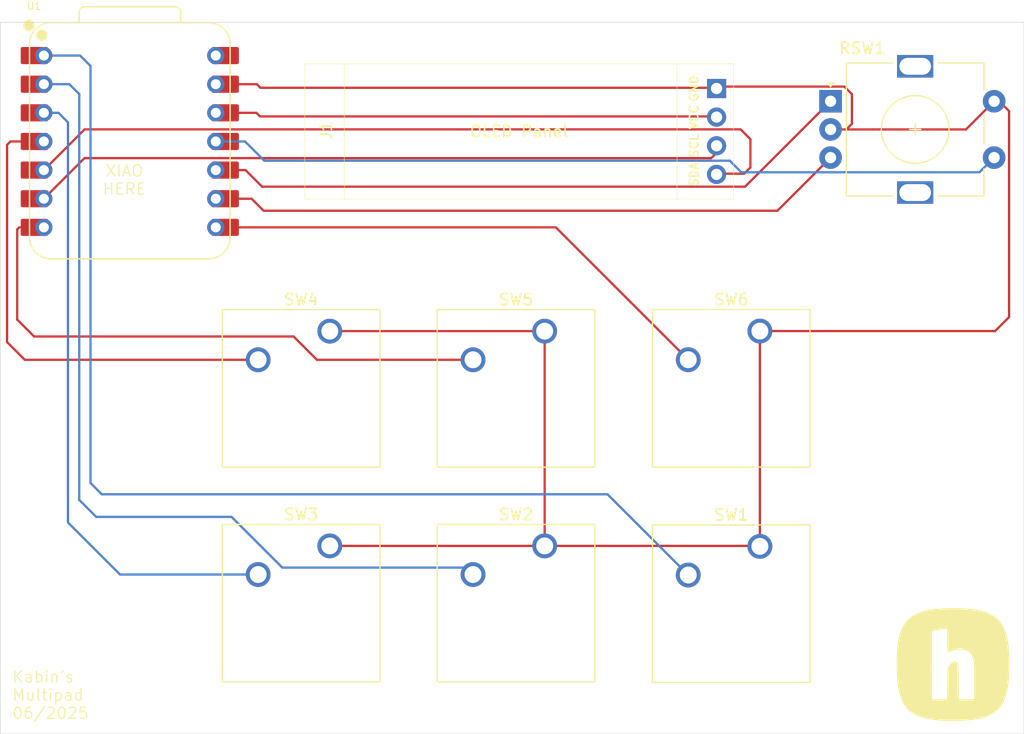
<source format=kicad_pcb>
(kicad_pcb (version 20241229) (generator "pcbnew") (generator_version "9.0")
  (layers (0 "F.Cu" signal) (2 "B.Cu" signal) (13 "F.Paste" user) (15 "B.Paste" user) (5 "F.SilkS" user "F.Silkscreen") (7 "B.SilkS" user "B.Silkscreen") (1 "F.Mask" user) (3 "B.Mask" user) (25 "Edge.Cuts" user))
  (net 0 "")
  (net 1 "+3.3V")
  (net 2 "Net-(J1-Pin_3)")
  (net 3 "GND")
  (net 4 "Net-(J1-Pin_4)")
  (net 5 "Net-(U1-GPIO3{slash}MOSI)")
  (net 6 "Net-(U1-GPIO4{slash}MISO)")
  (net 7 "Net-(U1-GPIO2{slash}SCK)")
  (net 8 "Net-(U1-GPIO26{slash}ADC0{slash}A0)")
  (net 9 "Net-(U1-GPIO27{slash}ADC1{slash}A1)")
  (net 10 "Net-(U1-GPIO28{slash}ADC2{slash}A2)")
  (net 11 "Net-(U1-GPIO29{slash}ADC3{slash}A3)")
  (net 12 "Net-(U1-GPIO0{slash}TX)")
  (net 13 "Net-(U1-GPIO1{slash}RX)")
  (footprint "Rotary_Encoder:RotaryEncoder_Alps_EC11E-Switch_Vertical_H20mm" (layer "F.Cu") (at 176.10625 62.63125)
    (property "Reference" "RSW1" (at 2.8 -4.7 0) (layer "F.SilkS"))
    (property "Value" "RotaryEncoder_Switch")
    (fp_line (start -0.3 -1.6) (end 0.3 -1.6) (stroke (width 0.12)) (layer "F.SilkS"))
    (fp_line (start 0 -1.3) (end -0.3 -1.6) (stroke (width 0.12)) (layer "F.SilkS"))
    (fp_line (start 0.3 -1.6) (end 0 -1.3) (stroke (width 0.12)) (layer "F.SilkS"))
    (fp_line (start 1.4 -3.4) (end 1.4 8.4) (stroke (width 0.12)) (layer "F.SilkS"))
    (fp_line (start 5.5 -3.4) (end 1.4 -3.4) (stroke (width 0.12)) (layer "F.SilkS"))
    (fp_line (start 5.5 8.4) (end 1.4 8.4) (stroke (width 0.12)) (layer "F.SilkS"))
    (fp_line (start 7 2.5) (end 8 2.5) (stroke (width 0.12)) (layer "F.SilkS"))
    (fp_line (start 7.5 2) (end 7.5 3) (stroke (width 0.12)) (layer "F.SilkS"))
    (fp_line (start 9.5 -3.4) (end 13.6 -3.4) (stroke (width 0.12)) (layer "F.SilkS"))
    (fp_line (start 13.6 -3.4) (end 13.6 -1) (stroke (width 0.12)) (layer "F.SilkS"))
    (fp_line (start 13.6 1.2) (end 13.6 3.8) (stroke (width 0.12)) (layer "F.SilkS"))
    (fp_line (start 13.6 6) (end 13.6 8.4) (stroke (width 0.12)) (layer "F.SilkS"))
    (fp_line (start 13.6 8.4) (end 9.5 8.4) (stroke (width 0.12)) (layer "F.SilkS"))
    (fp_circle (center 7.5 2.5) (end 10.5 2.5) (stroke (width 0.12)) (fill no) (layer "F.SilkS"))
    (pad "A" thru_hole rect (at 0 0) (size 2 2) (drill 1) (layers "*.Cu" "*.Mask") (net 6 "Net-(U1-GPIO4{slash}MISO)"))
    (pad "B" thru_hole circle (at 0 5) (size 2 2) (drill 1) (layers "*.Cu" "*.Mask") (net 7 "Net-(U1-GPIO2{slash}SCK)"))
    (pad "C" thru_hole circle (at 0 2.5) (size 2 2) (drill 1) (layers "*.Cu" "*.Mask") (net 3 "GND"))
    (pad "MP" thru_hole rect (at 7.5 -3.1) (size 3.2 2) (drill oval 2.8 1.5) (layers "*.Cu" "*.Mask"))
    (pad "MP" thru_hole rect (at 7.5 8.1) (size 3.2 2) (drill oval 2.8 1.5) (layers "*.Cu" "*.Mask"))
    (pad "S1" thru_hole circle (at 14.5 5) (size 2 2) (drill 1) (layers "*.Cu" "*.Mask") (net 5 "Net-(U1-GPIO3{slash}MOSI)"))
    (pad "S2" thru_hole circle (at 14.5 0) (size 2 2) (drill 1) (layers "*.Cu" "*.Mask") (net 3 "GND"))
  )
  (footprint "Button_Switch_Keyboard:SW_Cherry_MX_1.00u_PCB" (layer "F.Cu") (at 169.84 83.02)
    (property "Reference" "SW6" (at -2.54 -2.794 0) (layer "F.SilkS"))
    (property "Value" "MX Button")
    (fp_line (start -9.525 -1.905) (end 4.445 -1.905) (stroke (width 0.12)) (layer "F.SilkS"))
    (fp_line (start -9.525 12.065) (end -9.525 -1.905) (stroke (width 0.12)) (layer "F.SilkS"))
    (fp_line (start 4.445 -1.905) (end 4.445 12.065) (stroke (width 0.12)) (layer "F.SilkS"))
    (fp_line (start 4.445 12.065) (end -9.525 12.065) (stroke (width 0.12)) (layer "F.SilkS"))
    (pad "" np_thru_hole circle (at -7.62 5.08) (size 1.7 1.7) (drill 1.7) (layers "*.Cu" "*.Mask"))
    (pad "" np_thru_hole circle (at -2.54 5.08) (size 4 4) (drill 4) (layers "*.Cu" "*.Mask"))
    (pad "" np_thru_hole circle (at 2.54 5.08) (size 1.7 1.7) (drill 1.7) (layers "*.Cu" "*.Mask"))
    (pad "1" thru_hole circle (at 0 0) (size 2.2 2.2) (drill 1.5) (layers "*.Cu" "*.Mask") (net 3 "GND"))
    (pad "2" thru_hole circle (at -6.35 2.54) (size 2.2 2.2) (drill 1.5) (layers "*.Cu" "*.Mask") (net 13 "Net-(U1-GPIO1{slash}RX)"))
  )
  (footprint "MyComponents:SSD1306-0.91-OLED-4pin-128x32" (layer "F.Cu") (at 129.5 59.31)
    (property "Reference" "J1" (at 1.9 5.91 90) (layer "F.SilkS"))
    (property "Value" "GVSCSD")
    (fp_line (start 0 0) (end 0 12) (stroke (width 0.04)) (layer "F.SilkS"))
    (fp_line (start 0 12) (end 38 12) (stroke (width 0.04)) (layer "F.SilkS"))
    (fp_line (start 3.5 0) (end 3.5 12) (stroke (width 0.04)) (layer "F.SilkS"))
    (fp_line (start 33 0) (end 33 12) (stroke (width 0.04)) (layer "F.SilkS"))
    (fp_line (start 38 0) (end 0 0) (stroke (width 0.04)) (layer "F.SilkS"))
    (fp_line (start 38 12) (end 38 0) (stroke (width 0.04)) (layer "F.SilkS"))
    (fp_text user "VCC" (at 34.5 4.73 270) (layer "F.SilkS") (effects (font (size 0.75 0.75))))
    (fp_text user "SDA" (at 34.5 9.81 270) (layer "F.SilkS") (effects (font (size 0.75 0.75))))
    (fp_text user "SCL" (at 34.5 7.27 270) (layer "F.SilkS") (effects (font (size 0.75 0.75))))
    (fp_text user "GND" (at 34.5 2.19 270) (layer "F.SilkS") (effects (font (size 0.75 0.75))))
    (fp_text user "OLED Panel" (at 19 6 0) (layer "F.SilkS"))
    (pad "1" thru_hole rect (at 36.5 2.19) (size 1.7 1.7) (drill 1) (layers "*.Cu" "*.Mask") (net 3 "GND"))
    (pad "2" thru_hole oval (at 36.5 4.73) (size 1.7 1.7) (drill 1) (layers "*.Cu" "*.Mask") (net 1 "+3.3V"))
    (pad "3" thru_hole oval (at 36.5 7.27) (size 1.7 1.7) (drill 1) (layers "*.Cu" "*.Mask") (net 2 "Net-(J1-Pin_3)"))
    (pad "4" thru_hole oval (at 36.5 9.81) (size 1.7 1.7) (drill 1) (layers "*.Cu" "*.Mask") (net 4 "Net-(J1-Pin_4)"))
  )
  (footprint "Button_Switch_Keyboard:SW_Cherry_MX_1.00u_PCB" (layer "F.Cu") (at 150.761375 83.02625)
    (property "Reference" "SW5" (at -2.54 -2.794 0) (layer "F.SilkS"))
    (property "Value" "MX Button")
    (fp_line (start -9.525 -1.905) (end 4.445 -1.905) (stroke (width 0.12)) (layer "F.SilkS"))
    (fp_line (start -9.525 12.065) (end -9.525 -1.905) (stroke (width 0.12)) (layer "F.SilkS"))
    (fp_line (start 4.445 -1.905) (end 4.445 12.065) (stroke (width 0.12)) (layer "F.SilkS"))
    (fp_line (start 4.445 12.065) (end -9.525 12.065) (stroke (width 0.12)) (layer "F.SilkS"))
    (pad "" np_thru_hole circle (at -7.62 5.08) (size 1.7 1.7) (drill 1.7) (layers "*.Cu" "*.Mask"))
    (pad "" np_thru_hole circle (at -2.54 5.08) (size 4 4) (drill 4) (layers "*.Cu" "*.Mask"))
    (pad "" np_thru_hole circle (at 2.54 5.08) (size 1.7 1.7) (drill 1.7) (layers "*.Cu" "*.Mask"))
    (pad "1" thru_hole circle (at 0 0) (size 2.2 2.2) (drill 1.5) (layers "*.Cu" "*.Mask") (net 3 "GND"))
    (pad "2" thru_hole circle (at -6.35 2.54) (size 2.2 2.2) (drill 1.5) (layers "*.Cu" "*.Mask") (net 12 "Net-(U1-GPIO0{slash}TX)"))
  )
  (footprint "Button_Switch_Keyboard:SW_Cherry_MX_1.00u_PCB" (layer "F.Cu") (at 131.711375 83.02625)
    (property "Reference" "SW4" (at -2.54 -2.794 0) (layer "F.SilkS"))
    (property "Value" "MX Button")
    (fp_line (start -9.525 -1.905) (end 4.445 -1.905) (stroke (width 0.12)) (layer "F.SilkS"))
    (fp_line (start -9.525 12.065) (end -9.525 -1.905) (stroke (width 0.12)) (layer "F.SilkS"))
    (fp_line (start 4.445 -1.905) (end 4.445 12.065) (stroke (width 0.12)) (layer "F.SilkS"))
    (fp_line (start 4.445 12.065) (end -9.525 12.065) (stroke (width 0.12)) (layer "F.SilkS"))
    (pad "" np_thru_hole circle (at -7.62 5.08) (size 1.7 1.7) (drill 1.7) (layers "*.Cu" "*.Mask"))
    (pad "" np_thru_hole circle (at -2.54 5.08) (size 4 4) (drill 4) (layers "*.Cu" "*.Mask"))
    (pad "" np_thru_hole circle (at 2.54 5.08) (size 1.7 1.7) (drill 1.7) (layers "*.Cu" "*.Mask"))
    (pad "1" thru_hole circle (at 0 0) (size 2.2 2.2) (drill 1.5) (layers "*.Cu" "*.Mask") (net 3 "GND"))
    (pad "2" thru_hole circle (at -6.35 2.54) (size 2.2 2.2) (drill 1.5) (layers "*.Cu" "*.Mask") (net 11 "Net-(U1-GPIO29{slash}ADC3{slash}A3)"))
  )
  (footprint "LOGO" (layer "F.Cu") (at 186.96 112.6)
    (property "Reference" "G" (hide yes))
    (property "Value" "LOGO" (hide yes))
    (fp_poly (pts (xy 0.326846 -4.997832) (xy 0.710856 -4.987582) (xy 1.077691 -4.969579) (xy 1.418293 -4.943822) (xy 1.524 -4.933557) (xy 1.927976 -4.883047) (xy 2.297554 -4.818028) (xy 2.634932 -4.737694) (xy 2.942305 -4.641239) (xy 3.221871 -4.527859) (xy 3.475827 -4.396748) (xy 3.706369 -4.247102) (xy 3.915695 -4.078114) (xy 3.954073 -4.042985) (xy 4.123157 -3.867441) (xy 4.276245 -3.670869) (xy 4.413656 -3.451934) (xy 4.535711 -3.209301) (xy 4.642729 -2.941637) (xy 4.735029 -2.647607) (xy 4.812933 -2.325876) (xy 4.876758 -1.975111) (xy 4.926825 -1.593977) (xy 4.963454 -1.181139) (xy 4.986964 -0.735264) (xy 4.997674 -0.255017) (xy 4.995906 0.260936) (xy 4.99525 0.302846) (xy 4.987401 0.649202) (xy 4.975574 0.961699) (xy 4.959306 1.245394) (xy 4.938133 1.505347) (xy 4.911592 1.746616) (xy 4.879219 1.974259) (xy 4.84055 2.193337) (xy 4.807288 2.354384) (xy 4.726774 2.675717) (xy 4.630536 2.972908) (xy 4.517324 3.246636) (xy 4.385887 3.497579) (xy 4.234974 3.726415) (xy 4.063334 3.933823) (xy 3.869718 4.12048) (xy 3.652873 4.287066) (xy 3.41155 4.434257) (xy 3.144498 4.562732) (xy 2.850466 4.67317) (xy 2.528204 4.766247) (xy 2.17646 4.842644) (xy 1.793985 4.903037) (xy 1.379527 4.948105) (xy 0.931835 4.978527) (xy 0.44966 4.994979) (xy -0.06825 4.998141) (xy -0.068385 4.99814) (xy -0.22472 4.997035) (xy -0.373894 4.995689) (xy -0.509918 4.99418) (xy -0.626802 4.992584) (xy -0.718557 4.990976) (xy -0.779193 4.989433) (xy -0.791308 4.988953) (xy -1.241014 4.960804) (xy -1.655415 4.92001) (xy -2.036328 4.866133) (xy -2.38557 4.798736) (xy -2.704957 4.717382) (xy -2.996306 4.621632) (xy -3.261433 4.511049) (xy -3.502155 4.385197) (xy -3.631553 4.304871) (xy -3.751221 4.216509) (xy -3.881197 4.104751) (xy -4.012124 3.978907) (xy -4.134648 3.84829) (xy -4.239411 3.722209) (xy -4.295663 3.643923) (xy -4.427711 3.4233) (xy -4.545152 3.182003) (xy -4.648322 2.918292) (xy -4.737559 2.630425) (xy -4.813199 2.316661) (xy -4.87558 1.975259) (xy -4.925038 1.604478) (xy -4.961912 1.202577) (xy -4.986538 0.767816) (xy -4.995055 0.453417) (xy -1.875406 0.453417) (xy -1.875345 0.817234) (xy -1.875194 1.145598) (xy -1.874934 1.440319) (xy -1.874546 1.703209) (xy -1.874012 1.936079) (xy -1.873314 2.140742) (xy -1.872434 2.319009) (xy -1.871352 2.472691) (xy -1.870052 2.603599) (xy -1.868514 2.713546) (xy -1.86672 2.804342) (xy -1.864652 2.8778) (xy -1.862291 2.93573) (xy -1.85962 2.979945) (xy -1.856619 3.012255) (xy -1.853271 3.034472) (xy -1.849557 3.048409) (xy -1.845458 3.055875) (xy -1.844989 3.056373) (xy -1.832128 3.065029) (xy -1.810032 3.071916) (xy -1.774626 3.077226) (xy -1.721833 3.081149) (xy -1.647575 3.083876) (xy -1.547775 3.085597) (xy -1.418357 3.086504) (xy -1.255245 3.086787) (xy -1.195336 3.086777) (xy -1.032923 3.086126) (xy -0.886824 3.084416) (xy -0.761328 3.081774) (xy -0.660724 3.078324) (xy -0.589301 3.07419) (xy -0.551349 3.069497) (xy -0.547077 3.067965) (xy -0.541116 3.060191) (xy -0.535912 3.043101) (xy -0.53138 3.013981) (xy -0.527437 2.970115) (xy -0.524 2.908786) (xy -0.520984 2.827279) (xy -0.518305 2.722878) (xy -0.51588 2.592868) (xy -0.513625 2.434533) (xy -0.511456 2.245157) (xy -0.509289 2.022024) (xy -0.507136 1.773841) (xy -0.504891 1.515103) (xy -0.502722 1.292426) (xy -0.500534 1.102794) (xy -0.49823 0.943192) (xy -0.495715 0.810602) (xy -0.492894 0.702011) (xy -0.48967 0.614402) (xy -0.485947 0.544758) (xy -0.48163 0.490066) (xy -0.476623 0.447308) (xy -0.470829 0.413469) (xy -0.464154 0.385533) (xy -0.462881 0.381) (xy -0.403617 0.212573) (xy -0.329741 0.064168) (xy -0.244242 -0.061987) (xy -0.150108 -0.163664) (xy -0.050328 -0.238634) (xy 0.052112 -0.284668) (xy 0.154222 -0.299539) (xy 0.253015 -0.281017) (xy 0.345502 -0.226874) (xy 0.348653 -0.224252) (xy 0.376141 -0.199213) (xy 0.400287 -0.171583) (xy 0.421308 -0.138803) (xy 0.439417 -0.098316) (xy 0.45483 -0.047563) (xy 0.467762 0.016012) (xy 0.478428 0.094969) (xy 0.487043 0.191865) (xy 0.493823 0.309258) (xy 0.498981 0.449706) (xy 0.502734 0.615767) (xy 0.505296 0.809998) (xy 0.506883 1.034959) (xy 0.507709 1.293206) (xy 0.50799 1.587298) (xy 0.508 1.671002) (xy 0.508163 1.951802) (xy 0.508675 2.195585) (xy 0.509571 2.404409) (xy 0.510885 2.580334) (xy 0.512652 2.725417) (xy 0.514907 2.841719) (xy 0.517685 2.931297) (xy 0.52102 2.99621) (xy 0.524946 3.038516) (xy 0.529499 3.060275) (xy 0.531446 3.06363) (xy 0.550021 3.070645) (xy 0.59209 3.076272) (xy 0.660388 3.08061) (xy 0.757653 3.083758) (xy 0.88662 3.085813) (xy 1.050027 3.086873) (xy 1.184589 3.087077) (xy 1.36097 3.086872) (xy 1.502314 3.086135) (xy 1.612661 3.084676) (xy 1.696048 3.082308) (xy 1.756515 3.078843) (xy 1.798099 3.074094) (xy 1.82484 3.067872) (xy 1.840777 3.059991) (xy 1.844989 3.056373) (xy 1.850748 3.047478) (xy 1.855749 3.031383) (xy 1.860044 3.005504) (xy 1.863685 2.967258) (xy 1.866726 2.914062) (xy 1.869217 2.843334) (xy 1.871212 2.752489) (xy 1.872762 2.638944) (xy 1.873921 2.500117) (xy 1.874741 2.333425) (xy 1.875273 2.136283) (xy 1.87557 1.906109) (xy 1.875685 1.640321) (xy 1.875692 1.541372) (xy 1.875398 1.242954) (xy 1.874533 0.968065) (xy 1.873121 0.718668) (xy 1.871187 0.496726) (xy 1.868755 0.304199) (xy 1.86585 0.143049) (xy 1.862495 0.015238) (xy 1.858716 -0.077272) (xy 1.854869 -0.129668) (xy 1.822225 -0.34972) (xy 1.775741 -0.538202) (xy 1.713048 -0.700895) (xy 1.631779 -0.843582) (xy 1.529567 -0.972048) (xy 1.495412 -1.007728) (xy 1.371812 -1.116955) (xy 1.241411 -1.199957) (xy 1.096858 -1.25975) (xy 0.9308 -1.29935) (xy 0.735884 -1.321774) (xy 0.728658 -1.322271) (xy 0.462137 -1.320941) (xy 0.200616 -1.281124) (xy -0.053478 -1.203326) (xy -0.235517 -1.121488) (xy -0.326667 -1.076142) (xy -0.390681 -1.049016) (xy -0.43412 -1.038543) (xy -0.463545 -1.04316) (xy -0.485517 -1.0613) (xy -0.485895 -1.061754) (xy -0.491348 -1.083369) (xy -0.496141 -1.135117) (xy -0.500305 -1.218295) (xy -0.503874 -1.334203) (xy -0.506882 -1.484139) (xy -0.50936 -1.669401) (xy -0.511342 -1.891289) (xy -0.512711 -2.119589) (xy -0.51393 -2.348585) (xy -0.515225 -2.541598) (xy -0.516705 -2.701725) (xy -0.518475 -2.83206) (xy -0.520644 -2.935698) (xy -0.523316 -3.015734) (xy -0.526601 -3.075264) (xy -0.530604 -3.117382) (xy -0.535432 -3.145184) (xy -0.541193 -3.161763) (xy -0.547994 -3.170217) (xy -0.549044 -3.170934) (xy -0.576396 -3.173122) (xy -0.636269 -3.168683) (xy -0.723078 -3.158567) (xy -0.831238 -3.143731) (xy -0.955164 -3.125126) (xy -1.089272 -3.103706) (xy -1.227976 -3.080426) (xy -1.365692 -3.056239) (xy -1.496834 -3.032098) (xy -1.615818 -3.008957) (xy -1.717059 -2.98777) (xy -1.794972 -2.969489) (xy -1.843972 -2.95507) (xy -1.858385 -2.947367) (xy -1.860286 -2.925148) (xy -1.86213 -2.865997) (xy -1.863905 -2.772061) (xy -1.865598 -2.645485) (xy -1.867197 -2.488415) (xy -1.868691 -2.302995) (xy -1.870066 -2.091373) (xy -1.871312 -1.855692) (xy -1.872415 -1.5981) (xy -1.873364 -1.320742) (xy -1.874146 -1.025762) (xy -1.874749 -0.715307) (xy -1.875162 -0.391523) (xy -1.875371 -0.056555) (xy -1.875393 0.052335) (xy -1.875406 0.453417) (xy -4.995055 0.453417) (xy -4.999253 0.298452) (xy -5.001306 0) (xy -4.995582 -0.493548) (xy -4.978135 -0.951328) (xy -4.948551 -1.374976) (xy -4.906416 -1.766127) (xy -4.851314 -2.126419) (xy -4.782832 -2.457487) (xy -4.700556 -2.760968) (xy -4.604071 -3.038498) (xy -4.492963 -3.291713) (xy -4.366818 -3.52225) (xy -4.225222 -3.731744) (xy -4.06776 -3.921833) (xy -3.987134 -4.005953) (xy -3.786067 -4.185195) (xy -3.56191 -4.344594) (xy -3.312861 -4.484833) (xy -3.037119 -4.60659) (xy -2.732882 -4.710547) (xy -2.398349 -4.797384) (xy -2.031718 -4.867782) (xy -1.631189 -4.922421) (xy -1.53377 -4.932863) (xy -1.199766 -4.961346) (xy -0.837645 -4.982086) (xy -0.456463 -4.995082) (xy -0.06528 -5.000332)) (fill yes) (layer "F.SilkS"))
  )
  (footprint "Button_Switch_Keyboard:SW_Cherry_MX_1.00u_PCB" (layer "F.Cu") (at 169.84 102.12)
    (property "Reference" "SW1" (at -2.54 -2.794 0) (layer "F.SilkS"))
    (property "Value" "MX Button")
    (fp_line (start -9.525 -1.905) (end 4.445 -1.905) (stroke (width 0.12)) (layer "F.SilkS"))
    (fp_line (start -9.525 12.065) (end -9.525 -1.905) (stroke (width 0.12)) (layer "F.SilkS"))
    (fp_line (start 4.445 -1.905) (end 4.445 12.065) (stroke (width 0.12)) (layer "F.SilkS"))
    (fp_line (start 4.445 12.065) (end -9.525 12.065) (stroke (width 0.12)) (layer "F.SilkS"))
    (pad "" np_thru_hole circle (at -7.62 5.08) (size 1.7 1.7) (drill 1.7) (layers "*.Cu" "*.Mask"))
    (pad "" np_thru_hole circle (at -2.54 5.08) (size 4 4) (drill 4) (layers "*.Cu" "*.Mask"))
    (pad "" np_thru_hole circle (at 2.54 5.08) (size 1.7 1.7) (drill 1.7) (layers "*.Cu" "*.Mask"))
    (pad "1" thru_hole circle (at 0 0) (size 2.2 2.2) (drill 1.5) (layers "*.Cu" "*.Mask") (net 3 "GND"))
    (pad "2" thru_hole circle (at -6.35 2.54) (size 2.2 2.2) (drill 1.5) (layers "*.Cu" "*.Mask") (net 8 "Net-(U1-GPIO26{slash}ADC0{slash}A0)"))
  )
  (footprint "Button_Switch_Keyboard:SW_Cherry_MX_1.00u_PCB" (layer "F.Cu") (at 150.761375 102.07625)
    (property "Reference" "SW2" (at -2.54 -2.794 0) (layer "F.SilkS"))
    (property "Value" "MX Button")
    (fp_line (start -9.525 -1.905) (end 4.445 -1.905) (stroke (width 0.12)) (layer "F.SilkS"))
    (fp_line (start -9.525 12.065) (end -9.525 -1.905) (stroke (width 0.12)) (layer "F.SilkS"))
    (fp_line (start 4.445 -1.905) (end 4.445 12.065) (stroke (width 0.12)) (layer "F.SilkS"))
    (fp_line (start 4.445 12.065) (end -9.525 12.065) (stroke (width 0.12)) (layer "F.SilkS"))
    (pad "" np_thru_hole circle (at -7.62 5.08) (size 1.7 1.7) (drill 1.7) (layers "*.Cu" "*.Mask"))
    (pad "" np_thru_hole circle (at -2.54 5.08) (size 4 4) (drill 4) (layers "*.Cu" "*.Mask"))
    (pad "" np_thru_hole circle (at 2.54 5.08) (size 1.7 1.7) (drill 1.7) (layers "*.Cu" "*.Mask"))
    (pad "1" thru_hole circle (at 0 0) (size 2.2 2.2) (drill 1.5) (layers "*.Cu" "*.Mask") (net 3 "GND"))
    (pad "2" thru_hole circle (at -6.35 2.54) (size 2.2 2.2) (drill 1.5) (layers "*.Cu" "*.Mask") (net 9 "Net-(U1-GPIO27{slash}ADC1{slash}A1)"))
  )
  (footprint "OPL:XIAO-RP2040-DIP" (layer "F.Cu") (at 113.9825 66.19875)
    (property "Reference" "U1" (at -8.5 -12 0) (layer "F.SilkS") (effects (font (size 0.635 0.635) (thickness 0.1016))))
    (property "Value" "XIAO-RP2040-DIP")
    (fp_line (start -8.89 8.509) (end -8.89 -8.636) (stroke (width 0.127)) (layer "F.SilkS"))
    (fp_line (start -6.985 10.414) (end 6.985 10.414) (stroke (width 0.127)) (layer "F.SilkS"))
    (fp_line (start -4.495 -10.541) (end -4.491272 -11.451272) (stroke (width 0.127)) (layer "F.SilkS"))
    (fp_line (start -3.991272 -11.951) (end 4.004 -11.951) (stroke (width 0.127)) (layer "F.SilkS"))
    (fp_line (start 4.504 -11.451) (end 4.504 -10.541) (stroke (width 0.127)) (layer "F.SilkS"))
    (fp_line (start 6.985 -10.541) (end -6.985 -10.541) (stroke (width 0.1)) (layer "F.SilkS"))
    (fp_line (start 6.985 -10.541) (end -6.985 -10.541) (stroke (width 0.127)) (layer "F.SilkS"))
    (fp_line (start 8.89 8.509) (end 8.89 -8.636) (stroke (width 0.127)) (layer "F.SilkS"))
    (fp_arc (start -8.89 -8.636) (mid -8.332038 -9.983038) (end -6.985 -10.541) (stroke (width 0.127)) (layer "F.SilkS"))
    (fp_arc (start -6.985 10.414) (mid -8.332038 9.856038) (end -8.89 8.509) (stroke (width 0.127)) (layer "F.SilkS"))
    (fp_arc (start -4.491272 -11.451272) (mid -4.344728 -11.80464) (end -3.991272 -11.951) (stroke (width 0.127)) (layer "F.SilkS"))
    (fp_arc (start 4.004 -11.951) (mid 4.357553 -11.804553) (end 4.504 -11.451) (stroke (width 0.127)) (layer "F.SilkS"))
    (fp_arc (start 6.985 -10.541) (mid 8.332038 -9.983038) (end 8.89 -8.636) (stroke (width 0.127)) (layer "F.SilkS"))
    (fp_arc (start 8.89 8.509) (mid 8.332038 9.856038) (end 6.985 10.414) (stroke (width 0.127)) (layer "F.SilkS"))
    (fp_circle (center -8.95 -10.3) (end -8.95 -10.554) (stroke (width 0.5)) (fill yes) (layer "F.SilkS"))
    (fp_circle (center -7.807 -9.42) (end -7.807 -9.674) (stroke (width 0.5)) (fill yes) (layer "F.SilkS"))
    (pad "1" smd roundrect (at -8.455 -7.62 180) (size 2.432 1.524) (layers "F.Cu" "F.Mask") (roundrect_rratio 0.1) (net 8 "Net-(U1-GPIO26{slash}ADC0{slash}A0)"))
    (pad "1" thru_hole circle (at -7.62 -7.62 180) (size 1.524 1.524) (drill 0.889) (layers "*.Cu" "*.Mask") (net 8 "Net-(U1-GPIO26{slash}ADC0{slash}A0)"))
    (pad "2" smd roundrect (at -8.455 -5.08 180) (size 2.432 1.524) (layers "F.Cu" "F.Mask") (roundrect_rratio 0.1) (net 9 "Net-(U1-GPIO27{slash}ADC1{slash}A1)"))
    (pad "2" thru_hole circle (at -7.62 -5.08 180) (size 1.524 1.524) (drill 0.889) (layers "*.Cu" "*.Mask") (net 9 "Net-(U1-GPIO27{slash}ADC1{slash}A1)"))
    (pad "3" smd roundrect (at -8.455 -2.54 180) (size 2.432 1.524) (layers "F.Cu" "F.Mask") (roundrect_rratio 0.1) (net 10 "Net-(U1-GPIO28{slash}ADC2{slash}A2)"))
    (pad "3" thru_hole circle (at -7.62 -2.54 180) (size 1.524 1.524) (drill 0.889) (layers "*.Cu" "*.Mask") (net 10 "Net-(U1-GPIO28{slash}ADC2{slash}A2)"))
    (pad "4" smd roundrect (at -8.455 0 180) (size 2.432 1.524) (layers "F.Cu" "F.Mask") (roundrect_rratio 0.1) (net 11 "Net-(U1-GPIO29{slash}ADC3{slash}A3)"))
    (pad "4" thru_hole circle (at -7.62 0 180) (size 1.524 1.524) (drill 0.889) (layers "*.Cu" "*.Mask") (net 11 "Net-(U1-GPIO29{slash}ADC3{slash}A3)"))
    (pad "5" smd roundrect (at -8.455 2.54 180) (size 2.432 1.524) (layers "F.Cu" "F.Mask") (roundrect_rratio 0.1) (net 4 "Net-(J1-Pin_4)"))
    (pad "5" thru_hole circle (at -7.62 2.54 180) (size 1.524 1.524) (drill 0.889) (layers "*.Cu" "*.Mask") (net 4 "Net-(J1-Pin_4)"))
    (pad "6" smd roundrect (at -8.455 5.08 180) (size 2.432 1.524) (layers "F.Cu" "F.Mask") (roundrect_rratio 0.1) (net 2 "Net-(J1-Pin_3)"))
    (pad "6" thru_hole circle (at -7.62 5.08 180) (size 1.524 1.524) (drill 0.889) (layers "*.Cu" "*.Mask") (net 2 "Net-(J1-Pin_3)"))
    (pad "7" smd roundrect (at -8.455 7.62 180) (size 2.432 1.524) (layers "F.Cu" "F.Mask") (roundrect_rratio 0.1) (net 12 "Net-(U1-GPIO0{slash}TX)"))
    (pad "7" thru_hole circle (at -7.62 7.62 180) (size 1.524 1.524) (drill 0.889) (layers "*.Cu" "*.Mask") (net 12 "Net-(U1-GPIO0{slash}TX)"))
    (pad "8" thru_hole circle (at 7.62 7.62) (size 1.524 1.524) (drill 0.889) (layers "*.Cu" "*.Mask") (net 13 "Net-(U1-GPIO1{slash}RX)"))
    (pad "8" smd roundrect (at 8.455 7.62) (size 2.432 1.524) (layers "F.Cu" "F.Mask") (roundrect_rratio 0.1) (net 13 "Net-(U1-GPIO1{slash}RX)"))
    (pad "9" thru_hole circle (at 7.62 5.08) (size 1.524 1.524) (drill 0.889) (layers "*.Cu" "*.Mask") (net 7 "Net-(U1-GPIO2{slash}SCK)"))
    (pad "9" smd roundrect (at 8.455 5.08) (size 2.432 1.524) (layers "F.Cu" "F.Mask") (roundrect_rratio 0.1) (net 7 "Net-(U1-GPIO2{slash}SCK)"))
    (pad "10" thru_hole circle (at 7.62 2.54) (size 1.524 1.524) (drill 0.889) (layers "*.Cu" "*.Mask") (net 6 "Net-(U1-GPIO4{slash}MISO)"))
    (pad "10" smd roundrect (at 8.455 2.54) (size 2.432 1.524) (layers "F.Cu" "F.Mask") (roundrect_rratio 0.1) (net 6 "Net-(U1-GPIO4{slash}MISO)"))
    (pad "11" thru_hole circle (at 7.62 0) (size 1.524 1.524) (drill 0.889) (layers "*.Cu" "*.Mask") (net 5 "Net-(U1-GPIO3{slash}MOSI)"))
    (pad "11" smd roundrect (at 8.455 0) (size 2.432 1.524) (layers "F.Cu" "F.Mask") (roundrect_rratio 0.1) (net 5 "Net-(U1-GPIO3{slash}MOSI)"))
    (pad "12" thru_hole circle (at 7.62 -2.54) (size 1.524 1.524) (drill 0.889) (layers "*.Cu" "*.Mask") (net 1 "+3.3V"))
    (pad "12" smd roundrect (at 8.455 -2.54) (size 2.432 1.524) (layers "F.Cu" "F.Mask") (roundrect_rratio 0.1) (net 1 "+3.3V"))
    (pad "13" thru_hole circle (at 7.62 -5.08) (size 1.524 1.524) (drill 0.889) (layers "*.Cu" "*.Mask") (net 3 "GND"))
    (pad "13" smd roundrect (at 8.455 -5.08) (size 2.432 1.524) (layers "F.Cu" "F.Mask") (roundrect_rratio 0.1) (net 3 "GND"))
    (pad "14" thru_hole circle (at 7.62 -7.62) (size 1.524 1.524) (drill 0.889) (layers "*.Cu" "*.Mask"))
    (pad "14" smd roundrect (at 8.455 -7.62) (size 2.432 1.524) (layers "F.Cu" "F.Mask") (roundrect_rratio 0.1))
  )
  (footprint "Button_Switch_Keyboard:SW_Cherry_MX_1.00u_PCB" (layer "F.Cu") (at 131.71 102.07625)
    (property "Reference" "SW3" (at -2.54 -2.794 0) (layer "F.SilkS"))
    (property "Value" "MX Button")
    (fp_line (start -9.525 -1.905) (end 4.445 -1.905) (stroke (width 0.12)) (layer "F.SilkS"))
    (fp_line (start -9.525 12.065) (end -9.525 -1.905) (stroke (width 0.12)) (layer "F.SilkS"))
    (fp_line (start 4.445 -1.905) (end 4.445 12.065) (stroke (width 0.12)) (layer "F.SilkS"))
    (fp_line (start 4.445 12.065) (end -9.525 12.065) (stroke (width 0.12)) (layer "F.SilkS"))
    (pad "" np_thru_hole circle (at -7.62 5.08) (size 1.7 1.7) (drill 1.7) (layers "*.Cu" "*.Mask"))
    (pad "" np_thru_hole circle (at -2.54 5.08) (size 4 4) (drill 4) (layers "*.Cu" "*.Mask"))
    (pad "" np_thru_hole circle (at 2.54 5.08) (size 1.7 1.7) (drill 1.7) (layers "*.Cu" "*.Mask"))
    (pad "1" thru_hole circle (at 0 0) (size 2.2 2.2) (drill 1.5) (layers "*.Cu" "*.Mask") (net 3 "GND"))
    (pad "2" thru_hole circle (at -6.35 2.54) (size 2.2 2.2) (drill 1.5) (layers "*.Cu" "*.Mask") (net 10 "Net-(U1-GPIO28{slash}ADC2{slash}A2)"))
  )
  (gr_rect (start 102.5 55.63) (end 193.25 118.75) (stroke (width 0.05)) (fill no) (layer "Edge.Cuts"))
  (gr_text "Kabin's \nMultipad\n06/2025" (at 103.5 117.5 0) (layer "F.SilkS") (effects (font (size 1 1) (thickness 0.1)) (justify left bottom)))
  (gr_text "XIAO\nHERE" (at 113.5 71 0) (layer "F.SilkS") (effects (font (size 1 1) (thickness 0.1)) (justify bottom)))
  (segment (start 125.20625 63.65875) (end 122.4375 63.65875) (width 0.2) (layer "F.Cu") (net 1))
  (segment (start 166.6875 63.97625) (end 125.52375 63.97625) (width 0.2) (layer "F.Cu") (net 1))
  (segment (start 125.52375 63.97625) (end 125.20625 63.65875) (width 0.2) (layer "F.Cu") (net 1))
  (segment (start 109.9655 67.67575) (end 106.3625 71.27875) (width 0.2) (layer "F.Cu") (net 2))
  (segment (start 165.528 67.67575) (end 109.9655 67.67575) (width 0.2) (layer "F.Cu") (net 2))
  (segment (start 166.6875 66.51625) (end 165.528 67.67575) (width 0.2) (layer "F.Cu") (net 2))
  (segment (start 169.84 102.12) (end 169.84 83.02) (width 0.2) (layer "F.Cu") (net 3))
  (segment (start 191.05125 62.63125) (end 190.60625 62.63125) (width 0.2) (layer "F.Cu") (net 3))
  (segment (start 178 62) (end 178 64.63125) (width 0.2) (layer "F.Cu") (net 3))
  (segment (start 150.761375 83.02625) (end 150.761375 102.07625) (width 0.2) (layer "F.Cu") (net 3))
  (segment (start 125.56375 61.43625) (end 166.6875 61.43625) (width 0.2) (layer "F.Cu") (net 3))
  (segment (start 131.711375 83.02625) (end 150.761375 83.02625) (width 0.2) (layer "F.Cu") (net 3))
  (segment (start 190.69 83.02) (end 191.93 81.78) (width 0.2) (layer "F.Cu") (net 3))
  (segment (start 177.5 65.13125) (end 176.10625 65.13125) (width 0.2) (layer "F.Cu") (net 3))
  (segment (start 188.10625 65.13125) (end 177.5 65.13125) (width 0.2) (layer "F.Cu") (net 3))
  (segment (start 191.93 81.78) (end 191.93 63.51) (width 0.2) (layer "F.Cu") (net 3))
  (segment (start 131.71 102.07625) (end 150.761375 102.07625) (width 0.2) (layer "F.Cu") (net 3))
  (segment (start 169.79625 102.07625) (end 169.84 102.12) (width 0.2) (layer "F.Cu") (net 3))
  (segment (start 166.6875 61.43625) (end 166.7935 61.33025) (width 0.2) (layer "F.Cu") (net 3))
  (segment (start 177.33025 61.33025) (end 178 62) (width 0.2) (layer "F.Cu") (net 3))
  (segment (start 150.761375 102.07625) (end 169.79625 102.07625) (width 0.2) (layer "F.Cu") (net 3))
  (segment (start 166.7935 61.33025) (end 177.33025 61.33025) (width 0.2) (layer "F.Cu") (net 3))
  (segment (start 190.60625 62.63125) (end 188.10625 65.13125) (width 0.2) (layer "F.Cu") (net 3))
  (segment (start 191.93 63.51) (end 191.05125 62.63125) (width 0.2) (layer "F.Cu") (net 3))
  (segment (start 122.4375 61.11875) (end 125.24625 61.11875) (width 0.2) (layer "F.Cu") (net 3))
  (segment (start 178 64.63125) (end 177.5 65.13125) (width 0.2) (layer "F.Cu") (net 3))
  (segment (start 169.84 83.02) (end 190.69 83.02) (width 0.2) (layer "F.Cu") (net 3))
  (segment (start 125.24625 61.11875) (end 125.56375 61.43625) (width 0.2) (layer "F.Cu") (net 3))
  (segment (start 168.44375 69.05625) (end 169 68.5) (width 0.2) (layer "F.Cu") (net 4))
  (segment (start 109.974 65.12725) (end 106.3625 68.73875) (width 0.2) (layer "F.Cu") (net 4))
  (segment (start 166.6875 69.05625) (end 168.44375 69.05625) (width 0.2) (layer "F.Cu") (net 4))
  (segment (start 168.12725 65.12725) (end 109.974 65.12725) (width 0.2) (layer "F.Cu") (net 4))
  (segment (start 169 66) (end 168.12725 65.12725) (width 0.2) (layer "F.Cu") (net 4))
  (segment (start 169 68.5) (end 169 66) (width 0.2) (layer "F.Cu") (net 4))
  (segment (start 189.30525 68.93225) (end 168.19126 68.93225) (width 0.2) (layer "B.Cu") (net 5))
  (segment (start 190.60625 67.63125) (end 189.30525 68.93225) (width 0.2) (layer "B.Cu") (net 5))
  (segment (start 168.19126 68.93225) (end 167.16426 67.90525) (width 0.2) (layer "B.Cu") (net 5))
  (segment (start 125.90525 67.90525) (end 124.19875 66.19875) (width 0.2) (layer "B.Cu") (net 5))
  (segment (start 167.16426 67.90525) (end 125.90525 67.90525) (width 0.2) (layer "B.Cu") (net 5))
  (segment (start 124.19875 66.19875) (end 121.6025 66.19875) (width 0.2) (layer "B.Cu") (net 5))
  (segment (start 124.23875 68.73875) (end 122.4375 68.73875) (width 0.2) (layer "F.Cu") (net 6))
  (segment (start 168.53025 70.20725) (end 125.70725 70.20725) (width 0.2) (layer "F.Cu") (net 6))
  (segment (start 176.10625 62.63125) (end 168.53025 70.20725) (width 0.2) (layer "F.Cu") (net 6))
  (segment (start 125.70725 70.20725) (end 124.23875 68.73875) (width 0.2) (layer "F.Cu") (net 6))
  (segment (start 171.39575 72.34175) (end 125.84175 72.34175) (width 0.2) (layer "F.Cu") (net 7))
  (segment (start 125.84175 72.34175) (end 124.77875 71.27875) (width 0.2) (layer "F.Cu") (net 7))
  (segment (start 176.10625 67.63125) (end 171.39575 72.34175) (width 0.2) (layer "F.Cu") (net 7))
  (segment (start 124.77875 71.27875) (end 122.4375 71.27875) (width 0.2) (layer "F.Cu") (net 7))
  (segment (start 110.5 59.5) (end 109.57875 58.57875) (width 0.2) (layer "B.Cu") (net 8))
  (segment (start 109.57875 58.57875) (end 106.3625 58.57875) (width 0.2) (layer "B.Cu") (net 8))
  (segment (start 111.5 97.5) (end 156.33 97.5) (width 0.2) (layer "B.Cu") (net 8))
  (segment (start 110.5 59.5) (end 110.5 96.5) (width 0.2) (layer "B.Cu") (net 8))
  (segment (start 110.5 96.5) (end 111.5 97.5) (width 0.2) (layer "B.Cu") (net 8))
  (segment (start 156.33 97.5) (end 163.49 104.66) (width 0.2) (layer "B.Cu") (net 8))
  (segment (start 111 99.5) (end 109.5 98) (width 0.2) (layer "B.Cu") (net 9))
  (segment (start 144.411375 104.61625) (end 143.795125 104) (width 0.2) (layer "B.Cu") (net 9))
  (segment (start 109.5 62) (end 108.61875 61.11875) (width 0.2) (layer "B.Cu") (net 9))
  (segment (start 143.795125 104) (end 127.5 104) (width 0.2) (layer "B.Cu") (net 9))
  (segment (start 109.5 98) (end 109.5 62) (width 0.2) (layer "B.Cu") (net 9))
  (segment (start 108.61875 61.11875) (end 106.3625 61.11875) (width 0.2) (layer "B.Cu") (net 9))
  (segment (start 127.5 104) (end 123 99.5) (width 0.2) (layer "B.Cu") (net 9))
  (segment (start 123 99.5) (end 111 99.5) (width 0.2) (layer "B.Cu") (net 9))
  (segment (start 108.5 100) (end 108.5 64.5) (width 0.2) (layer "B.Cu") (net 10))
  (segment (start 107.65875 63.65875) (end 106.3625 63.65875) (width 0.2) (layer "B.Cu") (net 10))
  (segment (start 108.5 64.5) (end 107.65875 63.65875) (width 0.2) (layer "B.Cu") (net 10))
  (segment (start 113.11625 104.61625) (end 108.5 100) (width 0.2) (layer "B.Cu") (net 10))
  (segment (start 125.36 104.61625) (end 113.11625 104.61625) (width 0.2) (layer "B.Cu") (net 10))
  (segment (start 103.101 84) (end 103.101 66.5) (width 0.2) (layer "F.Cu") (net 11))
  (segment (start 103.101 66.5) (end 103.40225 66.19875) (width 0.2) (layer "F.Cu") (net 11))
  (segment (start 104.66725 85.56625) (end 103.101 84) (width 0.2) (layer "F.Cu") (net 11))
  (segment (start 125.361375 85.56625) (end 104.66725 85.56625) (width 0.2) (layer "F.Cu") (net 11))
  (segment (start 103.40225 66.19875) (end 105.5275 66.19875) (width 0.2) (layer "F.Cu") (net 11))
  (segment (start 105.5 83.5) (end 128.5 83.5) (width 0.2) (layer "F.Cu") (net 12))
  (segment (start 130.56625 85.56625) (end 144.411375 85.56625) (width 0.2) (layer "F.Cu") (net 12))
  (segment (start 128.5 83.5) (end 130.56625 85.56625) (width 0.2) (layer "F.Cu") (net 12))
  (segment (start 104 82) (end 105.5 83.5) (width 0.2) (layer "F.Cu") (net 12))
  (segment (start 104.18125 73.81875) (end 104 74) (width 0.2) (layer "F.Cu") (net 12))
  (segment (start 105.5275 73.81875) (end 104.18125 73.81875) (width 0.2) (layer "F.Cu") (net 12))
  (segment (start 104 74) (end 104 82) (width 0.2) (layer "F.Cu") (net 12))
  (segment (start 122.4375 73.81875) (end 151.74875 73.81875) (width 0.2) (layer "F.Cu") (net 13))
  (segment (start 151.74875 73.81875) (end 163.49 85.56) (width 0.2) (layer "F.Cu") (net 13))
)
</source>
